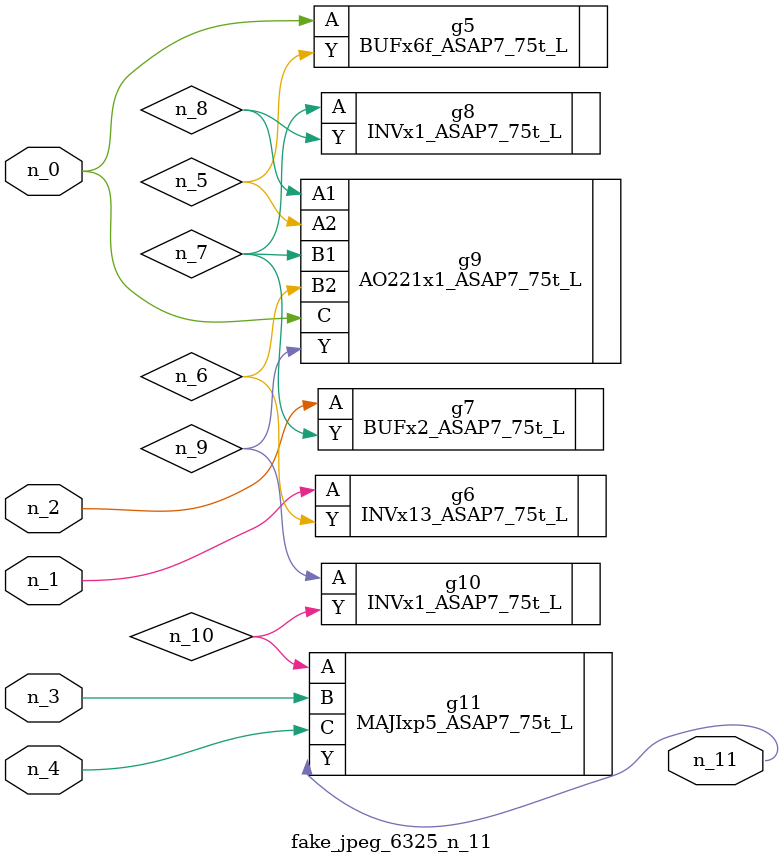
<source format=v>
module fake_jpeg_6325_n_11 (n_3, n_2, n_1, n_0, n_4, n_11);

input n_3;
input n_2;
input n_1;
input n_0;
input n_4;

output n_11;

wire n_10;
wire n_8;
wire n_9;
wire n_6;
wire n_5;
wire n_7;

BUFx6f_ASAP7_75t_L g5 ( 
.A(n_0),
.Y(n_5)
);

INVx13_ASAP7_75t_L g6 ( 
.A(n_1),
.Y(n_6)
);

BUFx2_ASAP7_75t_L g7 ( 
.A(n_2),
.Y(n_7)
);

INVx1_ASAP7_75t_L g8 ( 
.A(n_7),
.Y(n_8)
);

AO221x1_ASAP7_75t_L g9 ( 
.A1(n_8),
.A2(n_5),
.B1(n_7),
.B2(n_6),
.C(n_0),
.Y(n_9)
);

INVx1_ASAP7_75t_L g10 ( 
.A(n_9),
.Y(n_10)
);

MAJIxp5_ASAP7_75t_L g11 ( 
.A(n_10),
.B(n_3),
.C(n_4),
.Y(n_11)
);


endmodule
</source>
